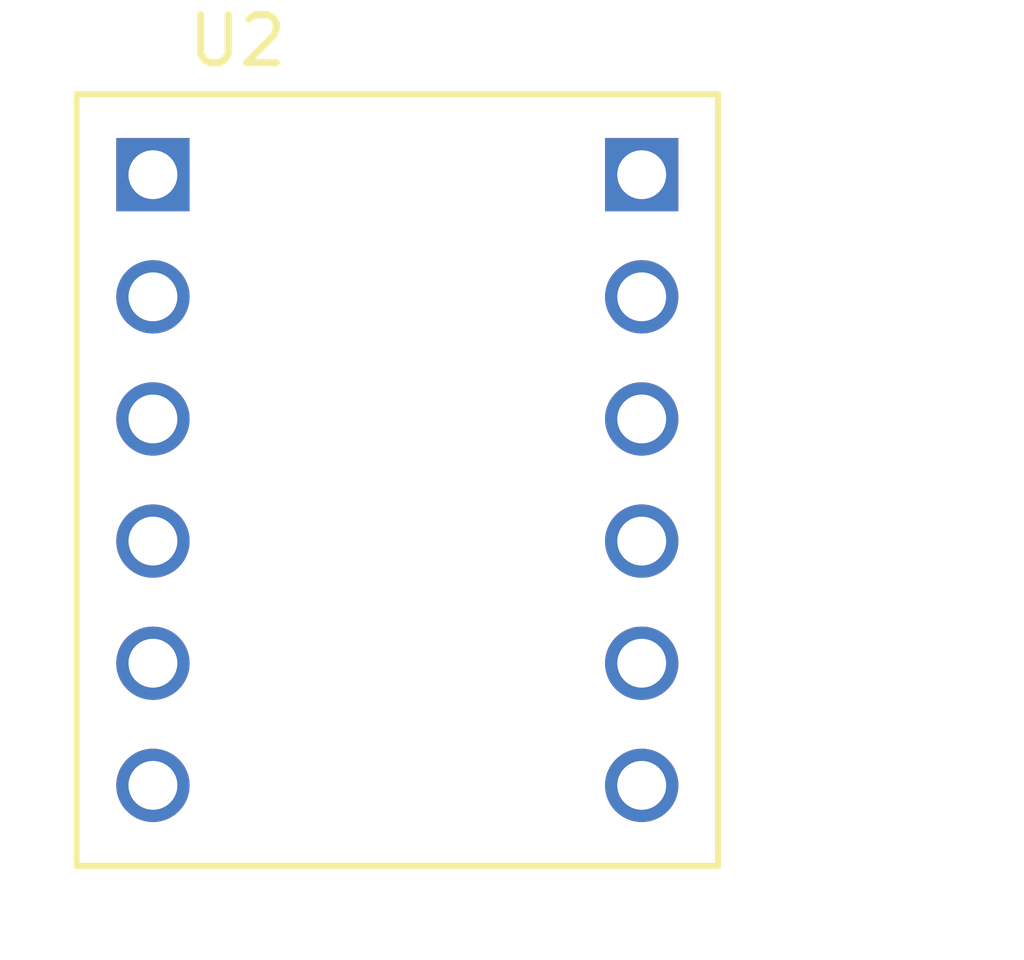
<source format=kicad_pcb>
(kicad_pcb (version 20171130) (host pcbnew "(5.1.10-1-10_14)")

  (general
    (thickness 1.6)
    (drawings 0)
    (tracks 0)
    (zones 0)
    (modules 1)
    (nets 12)
  )

  (page A4)
  (layers
    (0 F.Cu signal)
    (31 B.Cu signal)
    (32 B.Adhes user)
    (33 F.Adhes user)
    (34 B.Paste user)
    (35 F.Paste user)
    (36 B.SilkS user)
    (37 F.SilkS user)
    (38 B.Mask user)
    (39 F.Mask user)
    (40 Dwgs.User user)
    (41 Cmts.User user)
    (42 Eco1.User user)
    (43 Eco2.User user)
    (44 Edge.Cuts user)
    (45 Margin user)
    (46 B.CrtYd user)
    (47 F.CrtYd user)
    (48 B.Fab user)
    (49 F.Fab user)
  )

  (setup
    (last_trace_width 0.25)
    (trace_clearance 0.2)
    (zone_clearance 0.508)
    (zone_45_only no)
    (trace_min 0.2)
    (via_size 0.8)
    (via_drill 0.4)
    (via_min_size 0.4)
    (via_min_drill 0.3)
    (uvia_size 0.3)
    (uvia_drill 0.1)
    (uvias_allowed no)
    (uvia_min_size 0.2)
    (uvia_min_drill 0.1)
    (edge_width 0.05)
    (segment_width 0.2)
    (pcb_text_width 0.3)
    (pcb_text_size 1.5 1.5)
    (mod_edge_width 0.12)
    (mod_text_size 1 1)
    (mod_text_width 0.15)
    (pad_size 1.524 1.524)
    (pad_drill 0.762)
    (pad_to_mask_clearance 0)
    (aux_axis_origin 0 0)
    (visible_elements FFFFFF7F)
    (pcbplotparams
      (layerselection 0x010fc_ffffffff)
      (usegerberextensions false)
      (usegerberattributes true)
      (usegerberadvancedattributes true)
      (creategerberjobfile true)
      (excludeedgelayer true)
      (linewidth 0.100000)
      (plotframeref false)
      (viasonmask false)
      (mode 1)
      (useauxorigin false)
      (hpglpennumber 1)
      (hpglpenspeed 20)
      (hpglpendiameter 15.000000)
      (psnegative false)
      (psa4output false)
      (plotreference true)
      (plotvalue true)
      (plotinvisibletext false)
      (padsonsilk false)
      (subtractmaskfromsilk false)
      (outputformat 1)
      (mirror false)
      (drillshape 1)
      (scaleselection 1)
      (outputdirectory ""))
  )

  (net 0 "")
  (net 1 GP28)
  (net 2 "Net-(U2-PadLV2)")
  (net 3 "Net-(J1-Pad2)")
  (net 4 "Net-(U2-PadLV3)")
  (net 5 "Net-(U2-PadLV4)")
  (net 6 "Net-(U2-PadHV1)")
  (net 7 "Net-(U2-PadHV2)")
  (net 8 "Net-(J1-Pad1)")
  (net 9 "Net-(U2-PadHV3)")
  (net 10 "Net-(U2-PadHV4)")
  (net 11 +3V3)

  (net_class Default "This is the default net class."
    (clearance 0.2)
    (trace_width 0.25)
    (via_dia 0.8)
    (via_drill 0.4)
    (uvia_dia 0.3)
    (uvia_drill 0.1)
    (add_net +3V3)
    (add_net GP28)
    (add_net "Net-(J1-Pad1)")
    (add_net "Net-(J1-Pad2)")
    (add_net "Net-(U2-PadHV1)")
    (add_net "Net-(U2-PadHV2)")
    (add_net "Net-(U2-PadHV3)")
    (add_net "Net-(U2-PadHV4)")
    (add_net "Net-(U2-PadLV2)")
    (add_net "Net-(U2-PadLV3)")
    (add_net "Net-(U2-PadLV4)")
  )

  (module BOB-12009:CONV_BOB-12009 (layer F.Cu) (tedit 61316FDF) (tstamp 61322D1E)
    (at 184.15 67.31)
    (path /61335072)
    (fp_text reference U2 (at -3.325 -9.135) (layer F.SilkS)
      (effects (font (size 1 1) (thickness 0.15)))
    )
    (fp_text value level_converter_BOB-12009 (at 2.39 9.135) (layer F.Fab)
      (effects (font (size 1 1) (thickness 0.15)))
    )
    (fp_line (start 6.665 -8.025) (end 6.665 8.025) (layer F.SilkS) (width 0.127))
    (fp_line (start 6.665 8.025) (end -6.665 8.025) (layer F.SilkS) (width 0.127))
    (fp_line (start -6.665 8.025) (end -6.665 -8.025) (layer F.SilkS) (width 0.127))
    (fp_line (start -6.665 -8.025) (end 6.665 -8.025) (layer F.SilkS) (width 0.127))
    (fp_line (start 6.915 -8.275) (end -6.915 -8.275) (layer F.CrtYd) (width 0.05))
    (fp_line (start -6.915 -8.275) (end -6.915 8.275) (layer F.CrtYd) (width 0.05))
    (fp_line (start -6.915 8.275) (end 6.915 8.275) (layer F.CrtYd) (width 0.05))
    (fp_line (start 6.915 8.275) (end 6.915 -8.275) (layer F.CrtYd) (width 0.05))
    (fp_line (start 6.665 -8.025) (end 6.665 8.025) (layer F.Fab) (width 0.127))
    (fp_line (start 6.665 8.025) (end -6.665 8.025) (layer F.Fab) (width 0.127))
    (fp_line (start -6.665 8.025) (end -6.665 -8.025) (layer F.Fab) (width 0.127))
    (fp_line (start -6.665 -8.025) (end 6.665 -8.025) (layer F.Fab) (width 0.127))
    (pad HV4 thru_hole circle (at 5.08 6.35) (size 1.524 1.524) (drill 1.016) (layers *.Cu *.Mask)
      (net 10 "Net-(U2-PadHV4)"))
    (pad HV3 thru_hole circle (at 5.08 3.81) (size 1.524 1.524) (drill 1.016) (layers *.Cu *.Mask)
      (net 9 "Net-(U2-PadHV3)"))
    (pad GND_1 thru_hole circle (at 5.08 1.27) (size 1.524 1.524) (drill 1.016) (layers *.Cu *.Mask)
      (net 3 "Net-(J1-Pad2)"))
    (pad HV thru_hole circle (at 5.08 -1.27) (size 1.524 1.524) (drill 1.016) (layers *.Cu *.Mask)
      (net 8 "Net-(J1-Pad1)"))
    (pad HV2 thru_hole circle (at 5.08 -3.81) (size 1.524 1.524) (drill 1.016) (layers *.Cu *.Mask)
      (net 7 "Net-(U2-PadHV2)"))
    (pad HV1 thru_hole rect (at 5.08 -6.35) (size 1.524 1.524) (drill 1.016) (layers *.Cu *.Mask)
      (net 6 "Net-(U2-PadHV1)"))
    (pad LV4 thru_hole circle (at -5.08 6.35) (size 1.524 1.524) (drill 1.016) (layers *.Cu *.Mask)
      (net 5 "Net-(U2-PadLV4)"))
    (pad LV3 thru_hole circle (at -5.08 3.81) (size 1.524 1.524) (drill 1.016) (layers *.Cu *.Mask)
      (net 4 "Net-(U2-PadLV3)"))
    (pad GND_2 thru_hole circle (at -5.08 1.27) (size 1.524 1.524) (drill 1.016) (layers *.Cu *.Mask)
      (net 3 "Net-(J1-Pad2)"))
    (pad LV thru_hole circle (at -5.08 -1.27) (size 1.524 1.524) (drill 1.016) (layers *.Cu *.Mask)
      (net 11 +3V3))
    (pad LV2 thru_hole circle (at -5.08 -3.81) (size 1.524 1.524) (drill 1.016) (layers *.Cu *.Mask)
      (net 2 "Net-(U2-PadLV2)"))
    (pad LV1 thru_hole rect (at -5.08 -6.35) (size 1.524 1.524) (drill 1.016) (layers *.Cu *.Mask)
      (net 1 GP28))
  )

)

</source>
